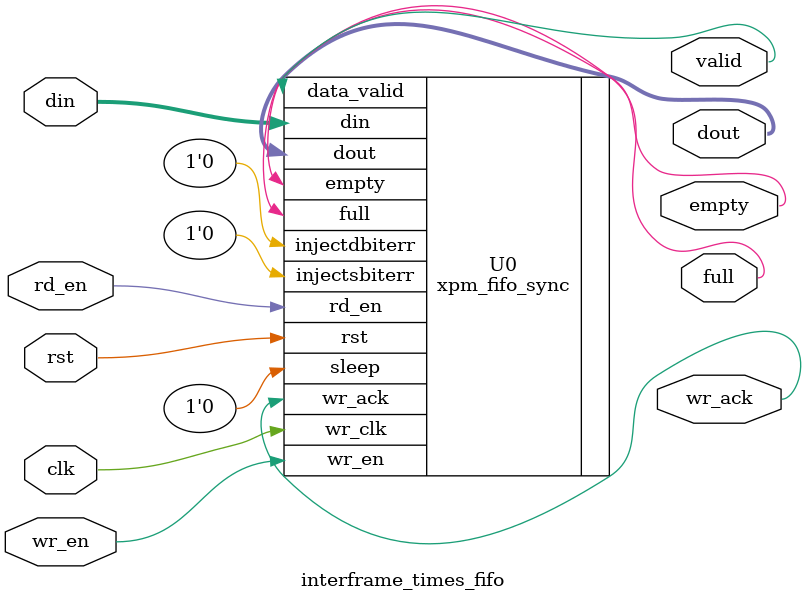
<source format=sv>
/*
	This Source Code Form is subject to the terms of the Mozilla Public
	License, v. 2.0. If a copy of the MPL was not distributed with this
	file, You can obtain one at https://mozilla.org/MPL/2.0/.
*/

module interframe_times_fifo
(
	input logic clk,
	input logic rst,

	output logic wr_ack,
	output logic valid,

	output logic full,
	input logic [31:0] din,
	input logic wr_en,

	output logic empty,
	output logic [31:0] dout,
	input logic rd_en
);
	xpm_fifo_sync
	#(
		.DOUT_RESET_VALUE("0"),
		.ECC_MODE("no_ecc"),
		.FIFO_MEMORY_TYPE("block"),
		.FIFO_READ_LATENCY(1),
		.FIFO_WRITE_DEPTH(2048),
		.FULL_RESET_VALUE(0),
		.PROG_EMPTY_THRESH(10),
		.PROG_FULL_THRESH(10),
		.RD_DATA_COUNT_WIDTH(1),
		.READ_DATA_WIDTH(32),
		.READ_MODE("std"),
		.USE_ADV_FEATURES("1010"),
		.WAKEUP_TIME(0),
		.WRITE_DATA_WIDTH(32),
		.WR_DATA_COUNT_WIDTH(1)
	)
	U0
	(
		.wr_clk(clk),
		.rst(rst),

		.wr_ack(wr_ack),
		.data_valid(valid),

		.full(full),
		.din(din),
		.wr_en(wr_en),

		.empty(empty),
		.dout(dout),
		.rd_en(rd_en),

		.injectdbiterr(1'b0),
		.injectsbiterr(1'b0),
		.sleep(1'b0)
	);
endmodule

</source>
